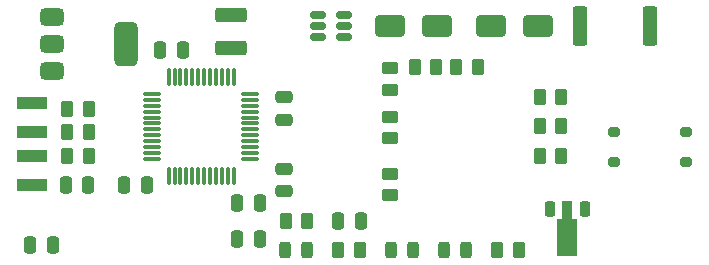
<source format=gbr>
%TF.GenerationSoftware,KiCad,Pcbnew,8.0.8*%
%TF.CreationDate,2025-03-23T20:37:34+01:00*%
%TF.ProjectId,USB-DALI,5553422d-4441-44c4-992e-6b696361645f,rev?*%
%TF.SameCoordinates,Original*%
%TF.FileFunction,Paste,Top*%
%TF.FilePolarity,Positive*%
%FSLAX46Y46*%
G04 Gerber Fmt 4.6, Leading zero omitted, Abs format (unit mm)*
G04 Created by KiCad (PCBNEW 8.0.8) date 2025-03-23 20:37:34*
%MOMM*%
%LPD*%
G01*
G04 APERTURE LIST*
G04 Aperture macros list*
%AMRoundRect*
0 Rectangle with rounded corners*
0 $1 Rounding radius*
0 $2 $3 $4 $5 $6 $7 $8 $9 X,Y pos of 4 corners*
0 Add a 4 corners polygon primitive as box body*
4,1,4,$2,$3,$4,$5,$6,$7,$8,$9,$2,$3,0*
0 Add four circle primitives for the rounded corners*
1,1,$1+$1,$2,$3*
1,1,$1+$1,$4,$5*
1,1,$1+$1,$6,$7*
1,1,$1+$1,$8,$9*
0 Add four rect primitives between the rounded corners*
20,1,$1+$1,$2,$3,$4,$5,0*
20,1,$1+$1,$4,$5,$6,$7,0*
20,1,$1+$1,$6,$7,$8,$9,0*
20,1,$1+$1,$8,$9,$2,$3,0*%
%AMFreePoly0*
4,1,9,3.862500,-0.866500,0.737500,-0.866500,0.737500,-0.450000,-0.737500,-0.450000,-0.737500,0.450000,0.737500,0.450000,0.737500,0.866500,3.862500,0.866500,3.862500,-0.866500,3.862500,-0.866500,$1*%
G04 Aperture macros list end*
%ADD10RoundRect,0.150000X0.512500X0.150000X-0.512500X0.150000X-0.512500X-0.150000X0.512500X-0.150000X0*%
%ADD11RoundRect,0.250000X0.250000X0.475000X-0.250000X0.475000X-0.250000X-0.475000X0.250000X-0.475000X0*%
%ADD12RoundRect,0.225000X-0.225000X0.425000X-0.225000X-0.425000X0.225000X-0.425000X0.225000X0.425000X0*%
%ADD13FreePoly0,270.000000*%
%ADD14RoundRect,0.250000X1.000000X0.650000X-1.000000X0.650000X-1.000000X-0.650000X1.000000X-0.650000X0*%
%ADD15RoundRect,0.250000X0.262500X0.450000X-0.262500X0.450000X-0.262500X-0.450000X0.262500X-0.450000X0*%
%ADD16RoundRect,0.250000X-0.262500X-0.450000X0.262500X-0.450000X0.262500X0.450000X-0.262500X0.450000X0*%
%ADD17RoundRect,0.250000X-0.475000X0.250000X-0.475000X-0.250000X0.475000X-0.250000X0.475000X0.250000X0*%
%ADD18RoundRect,0.250000X-0.250000X-0.475000X0.250000X-0.475000X0.250000X0.475000X-0.250000X0.475000X0*%
%ADD19RoundRect,0.250000X0.450000X-0.262500X0.450000X0.262500X-0.450000X0.262500X-0.450000X-0.262500X0*%
%ADD20RoundRect,0.243750X-0.243750X-0.456250X0.243750X-0.456250X0.243750X0.456250X-0.243750X0.456250X0*%
%ADD21RoundRect,0.200000X0.300000X0.200000X-0.300000X0.200000X-0.300000X-0.200000X0.300000X-0.200000X0*%
%ADD22RoundRect,0.250000X-0.362500X-1.425000X0.362500X-1.425000X0.362500X1.425000X-0.362500X1.425000X0*%
%ADD23RoundRect,0.075000X0.662500X0.075000X-0.662500X0.075000X-0.662500X-0.075000X0.662500X-0.075000X0*%
%ADD24RoundRect,0.075000X0.075000X0.662500X-0.075000X0.662500X-0.075000X-0.662500X0.075000X-0.662500X0*%
%ADD25RoundRect,0.250000X-0.450000X0.262500X-0.450000X-0.262500X0.450000X-0.262500X0.450000X0.262500X0*%
%ADD26RoundRect,0.243750X0.243750X0.456250X-0.243750X0.456250X-0.243750X-0.456250X0.243750X-0.456250X0*%
%ADD27R,2.500000X1.100000*%
%ADD28RoundRect,0.375000X-0.625000X-0.375000X0.625000X-0.375000X0.625000X0.375000X-0.625000X0.375000X0*%
%ADD29RoundRect,0.500000X-0.500000X-1.400000X0.500000X-1.400000X0.500000X1.400000X-0.500000X1.400000X0*%
%ADD30RoundRect,0.250000X-1.075000X0.375000X-1.075000X-0.375000X1.075000X-0.375000X1.075000X0.375000X0*%
G04 APERTURE END LIST*
D10*
%TO.C,U5*%
X153017500Y-91975000D03*
X153017500Y-91025000D03*
X153017500Y-90075000D03*
X150742500Y-90075000D03*
X150742500Y-91025000D03*
X150742500Y-91975000D03*
%TD*%
D11*
%TO.C,C8*%
X128330000Y-109525000D03*
X126430000Y-109525000D03*
%TD*%
%TO.C,C2*%
X145830000Y-106025000D03*
X143930000Y-106025000D03*
%TD*%
D12*
%TO.C,Q1*%
X173380000Y-106525000D03*
D13*
X171880000Y-106612500D03*
D12*
X170380000Y-106525000D03*
%TD*%
D11*
%TO.C,C9*%
X145830000Y-109025000D03*
X143930000Y-109025000D03*
%TD*%
D14*
%TO.C,D5*%
X160880000Y-91025000D03*
X156880000Y-91025000D03*
%TD*%
D15*
%TO.C,R1*%
X167792500Y-110025000D03*
X165967500Y-110025000D03*
%TD*%
D16*
%TO.C,R5*%
X148055000Y-107525000D03*
X149880000Y-107525000D03*
%TD*%
%TO.C,R9*%
X152467500Y-110025000D03*
X154292500Y-110025000D03*
%TD*%
D17*
%TO.C,C1*%
X147880000Y-103125000D03*
X147880000Y-105025000D03*
%TD*%
D11*
%TO.C,C3*%
X154380000Y-107525000D03*
X152480000Y-107525000D03*
%TD*%
D18*
%TO.C,C5*%
X137430000Y-93025000D03*
X139330000Y-93025000D03*
%TD*%
D19*
%TO.C,R2*%
X156880000Y-100525000D03*
X156880000Y-98700000D03*
%TD*%
D20*
%TO.C,D1*%
X161442500Y-110025000D03*
X163317500Y-110025000D03*
%TD*%
D21*
%TO.C,D4*%
X181955000Y-102525000D03*
X181955000Y-99985000D03*
X175805000Y-99985000D03*
X175805000Y-102525000D03*
%TD*%
D22*
%TO.C,R15*%
X172955000Y-91025000D03*
X178880000Y-91025000D03*
%TD*%
D23*
%TO.C,U1*%
X145042500Y-102275000D03*
X145042500Y-101775000D03*
X145042500Y-101275000D03*
X145042500Y-100774999D03*
X145042500Y-100275000D03*
X145042500Y-99775000D03*
X145042500Y-99275000D03*
X145042500Y-98775000D03*
X145042500Y-98275001D03*
X145042500Y-97775000D03*
X145042500Y-97275000D03*
X145042500Y-96775000D03*
D24*
X143630000Y-95362500D03*
X143130000Y-95362500D03*
X142630000Y-95362500D03*
X142129999Y-95362500D03*
X141630000Y-95362500D03*
X141130000Y-95362500D03*
X140630000Y-95362500D03*
X140130000Y-95362500D03*
X139630001Y-95362500D03*
X139130000Y-95362500D03*
X138630000Y-95362500D03*
X138130000Y-95362500D03*
D23*
X136717500Y-96775000D03*
X136717500Y-97275000D03*
X136717500Y-97775000D03*
X136717500Y-98275001D03*
X136717500Y-98775000D03*
X136717500Y-99275000D03*
X136717500Y-99775000D03*
X136717500Y-100275000D03*
X136717500Y-100774999D03*
X136717500Y-101275000D03*
X136717500Y-101775000D03*
X136717500Y-102275000D03*
D24*
X138130000Y-103687500D03*
X138630000Y-103687500D03*
X139130000Y-103687500D03*
X139630001Y-103687500D03*
X140130000Y-103687500D03*
X140630000Y-103687500D03*
X141130000Y-103687500D03*
X141630000Y-103687500D03*
X142129999Y-103687500D03*
X142630000Y-103687500D03*
X143130000Y-103687500D03*
X143630000Y-103687500D03*
%TD*%
D16*
%TO.C,R7*%
X129555000Y-100025000D03*
X131380000Y-100025000D03*
%TD*%
D20*
%TO.C,D3*%
X148005000Y-110025000D03*
X149880000Y-110025000D03*
%TD*%
D11*
%TO.C,C4*%
X136280000Y-104525000D03*
X134380000Y-104525000D03*
%TD*%
D25*
%TO.C,R4*%
X156880000Y-103525000D03*
X156880000Y-105350000D03*
%TD*%
D16*
%TO.C,R8*%
X129555000Y-102025000D03*
X131380000Y-102025000D03*
%TD*%
%TO.C,R12*%
X169555000Y-97025000D03*
X171380000Y-97025000D03*
%TD*%
D18*
%TO.C,C7*%
X129430000Y-104525000D03*
X131330000Y-104525000D03*
%TD*%
D26*
%TO.C,D2*%
X158817500Y-110025000D03*
X156942500Y-110025000D03*
%TD*%
D16*
%TO.C,R13*%
X158967500Y-94525000D03*
X160792500Y-94525000D03*
%TD*%
D15*
%TO.C,R10*%
X171380000Y-99525000D03*
X169555000Y-99525000D03*
%TD*%
D14*
%TO.C,D6*%
X169380000Y-91025000D03*
X165380000Y-91025000D03*
%TD*%
D15*
%TO.C,R3*%
X164292500Y-94525000D03*
X162467500Y-94525000D03*
%TD*%
D27*
%TO.C,J1*%
X126530000Y-104525000D03*
X126530000Y-102025000D03*
X126530000Y-100025000D03*
X126530000Y-97525000D03*
%TD*%
D28*
%TO.C,U4*%
X128230000Y-90225000D03*
X128230000Y-92525000D03*
D29*
X134530000Y-92525000D03*
D28*
X128230000Y-94825000D03*
%TD*%
D17*
%TO.C,C6*%
X147880000Y-97075000D03*
X147880000Y-98975000D03*
%TD*%
D16*
%TO.C,R6*%
X129555000Y-98025000D03*
X131380000Y-98025000D03*
%TD*%
D30*
%TO.C,L1*%
X143380000Y-90125000D03*
X143380000Y-92925000D03*
%TD*%
D15*
%TO.C,R11*%
X171380000Y-102025000D03*
X169555000Y-102025000D03*
%TD*%
D19*
%TO.C,R14*%
X156880000Y-96437500D03*
X156880000Y-94612500D03*
%TD*%
M02*

</source>
